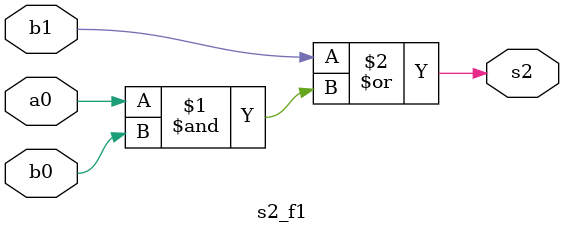
<source format=v>
module s2_f1(a0, b1, b0, s2);
  input a0, b1, b0;
  output s2;
  
  assign s2 = (b1 | (a0 & b0));
endmodule
</source>
